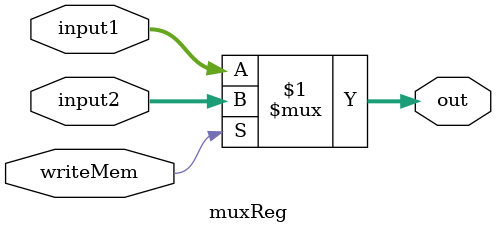
<source format=v>
module muxReg(input1,input2,writeMem,out);
input[3:0] input1;
input[3:0] input2;
input writeMem;
output wire[3:0] out;

assign out=(writeMem)?input2:input1;
endmodule



</source>
